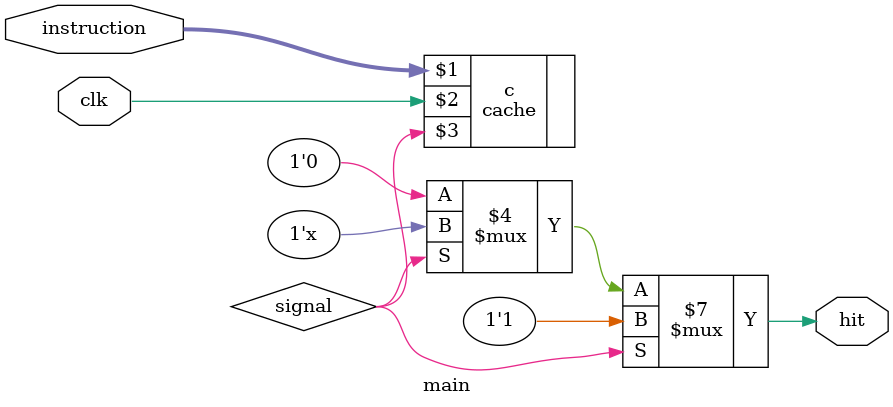
<source format=v>
module main(instruction, clk, hit);
    input [31:0]instruction;
    input clk;
    output reg hit;

    // This is the signal generated by the cache which will be used to determine whether it was a hit or a miss.
    wire signal;

    cache c(instruction,clk,signal);
    always @* begin
      if(signal == 1)
      begin
        hit <= 1;
      end
      else if(signal == 0)
      begin
        hit <= 0;
      end
    end
endmodule

</source>
